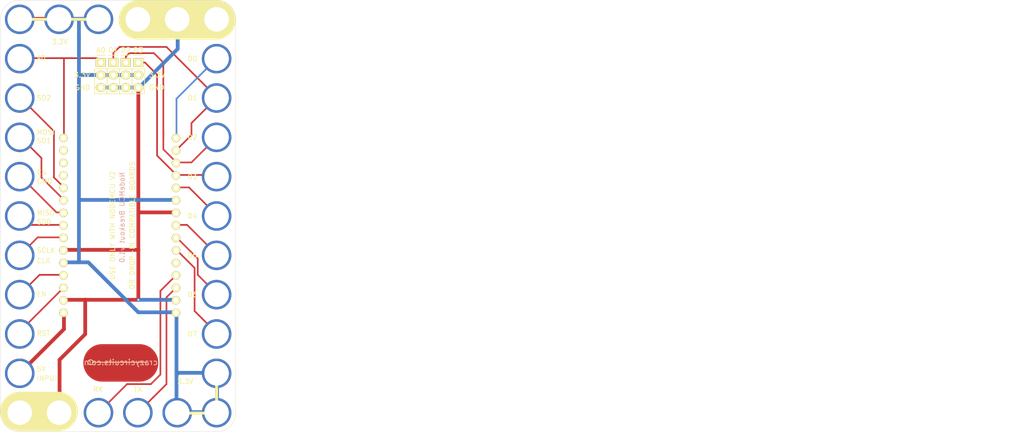
<source format=kicad_pcb>
(kicad_pcb (version 4) (host pcbnew 4.0.7-e2-6376~58~ubuntu16.04.1)

  (general
    (links 47)
    (no_connects 0)
    (area 37.757079 21.317279 245.714759 109.685921)
    (thickness 1.6)
    (drawings 12)
    (tracks 119)
    (zones 0)
    (modules 6)
    (nets 22)
  )

  (page USLetter)
  (title_block
    (title "6x11 NodeMCU V2 Breakout Module")
    (date "18 Jul 2018")
    (rev 1.0)
    (company "All rights reserved.")
    (comment 1 help@browndoggadgets.com)
    (comment 2 http://browndoggadgets.com/)
    (comment 3 "Brown Dog Gadgets")
  )

  (layers
    (0 F.Cu signal)
    (31 B.Cu signal)
    (34 B.Paste user)
    (35 F.Paste user)
    (36 B.SilkS user)
    (37 F.SilkS user)
    (38 B.Mask user)
    (39 F.Mask user)
    (40 Dwgs.User user)
    (44 Edge.Cuts user)
    (46 B.CrtYd user)
    (47 F.CrtYd user)
    (48 B.Fab user)
    (49 F.Fab user hide)
  )

  (setup
    (last_trace_width 0.254)
    (user_trace_width 0.1524)
    (user_trace_width 0.254)
    (user_trace_width 0.3302)
    (user_trace_width 0.508)
    (user_trace_width 0.762)
    (user_trace_width 1.27)
    (trace_clearance 0.254)
    (zone_clearance 0.508)
    (zone_45_only no)
    (trace_min 0.1524)
    (segment_width 0.1524)
    (edge_width 0.1524)
    (via_size 0.6858)
    (via_drill 0.3302)
    (via_min_size 0.6858)
    (via_min_drill 0.3302)
    (user_via 0.6858 0.3302)
    (user_via 0.762 0.4064)
    (user_via 0.8636 0.508)
    (uvia_size 0.6858)
    (uvia_drill 0.3302)
    (uvias_allowed no)
    (uvia_min_size 0)
    (uvia_min_drill 0)
    (pcb_text_width 0.1524)
    (pcb_text_size 1.016 1.016)
    (mod_edge_width 0.1524)
    (mod_text_size 1.016 1.016)
    (mod_text_width 0.1524)
    (pad_size 6 6)
    (pad_drill 4.98)
    (pad_to_mask_clearance 0.0762)
    (solder_mask_min_width 0.1016)
    (pad_to_paste_clearance -0.0762)
    (aux_axis_origin 0 0)
    (visible_elements FFFEDF7D)
    (pcbplotparams
      (layerselection 0x310fc_80000001)
      (usegerberextensions true)
      (excludeedgelayer true)
      (linewidth 0.100000)
      (plotframeref false)
      (viasonmask false)
      (mode 1)
      (useauxorigin false)
      (hpglpennumber 1)
      (hpglpenspeed 20)
      (hpglpendiameter 15)
      (hpglpenoverlay 2)
      (psnegative false)
      (psa4output false)
      (plotreference true)
      (plotvalue true)
      (plotinvisibletext false)
      (padsonsilk false)
      (subtractmaskfromsilk false)
      (outputformat 1)
      (mirror false)
      (drillshape 0)
      (scaleselection 1)
      (outputdirectory gerbers))
  )

  (net 0 "")
  (net 1 /A0)
  (net 2 3.3V)
  (net 3 GND)
  (net 4 /D2)
  (net 5 /D3)
  (net 6 5V)
  (net 7 /D1)
  (net 8 /D4)
  (net 9 /D5)
  (net 10 /D0)
  (net 11 /D6)
  (net 12 /D7)
  (net 13 /RST)
  (net 14 /EN)
  (net 15 /CLK)
  (net 16 /SD0)
  (net 17 /CMD)
  (net 18 /SD1)
  (net 19 /SD2)
  (net 20 /TX)
  (net 21 /RX)

  (net_class Default "This is the default net class."
    (clearance 0.254)
    (trace_width 0.254)
    (via_dia 0.6858)
    (via_drill 0.3302)
    (uvia_dia 0.6858)
    (uvia_drill 0.3302)
    (add_net /A0)
    (add_net /CLK)
    (add_net /CMD)
    (add_net /D0)
    (add_net /D1)
    (add_net /D2)
    (add_net /D3)
    (add_net /D4)
    (add_net /D5)
    (add_net /D6)
    (add_net /D7)
    (add_net /EN)
    (add_net /RST)
    (add_net /RX)
    (add_net /SD0)
    (add_net /SD1)
    (add_net /SD2)
    (add_net /TX)
    (add_net 3.3V)
    (add_net 5V)
    (add_net GND)
  )

  (module Crazy_NonLego:CONN-HEADER-STRAIGHT-P2.54MM-1x03 (layer F.Cu) (tedit 5B4F4D0D) (tstamp 5B4FF2C5)
    (at 66.04 34.29)
    (descr "Through hole pin header")
    (tags "pin header")
    (path /5B4F7801)
    (fp_text reference J4 (at 0.25 3) (layer F.Fab)
      (effects (font (size 1 1) (thickness 0.15)))
    )
    (fp_text value BREAKOUT (at -3 3 90) (layer F.Fab) hide
      (effects (font (size 1 1) (thickness 0.15)))
    )
    (fp_line (start 1.25 6.9) (end -1.25 6.9) (layer F.Fab) (width 0.0508))
    (fp_line (start 1.25 -1.75) (end 1.25 6.9) (layer F.Fab) (width 0.0508))
    (fp_line (start -1.25 -1.75) (end -1.25 6.9) (layer F.Fab) (width 0.0508))
    (fp_line (start 1.25 -1.75) (end -1.25 -1.75) (layer F.Fab) (width 0.0508))
    (fp_text user %R (at 0 -2.75) (layer F.SilkS) hide
      (effects (font (size 1 1) (thickness 0.15)))
    )
    (fp_line (start -1.25 -1.75) (end -1.25 6.85) (layer F.CrtYd) (width 0.05))
    (fp_line (start 1.25 -1.75) (end 1.25 6.85) (layer F.CrtYd) (width 0.05))
    (fp_line (start -1.25 -1.75) (end 1.25 -1.75) (layer F.CrtYd) (width 0.05))
    (fp_line (start -1.25 6.85) (end 1.25 6.85) (layer F.CrtYd) (width 0.05))
    (fp_line (start -1.27 1.27) (end -1.27 6.35) (layer F.SilkS) (width 0.15))
    (fp_line (start -1.27 6.35) (end 1.27 6.35) (layer F.SilkS) (width 0.15))
    (fp_line (start 1.27 6.35) (end 1.27 1.27) (layer F.SilkS) (width 0.15))
    (fp_line (start 1.27 1.27) (end -1.27 1.27) (layer F.SilkS) (width 0.15))
    (fp_line (start -1 -1.5) (end 1 -1.5) (layer F.SilkS) (width 0.15))
    (pad 1 thru_hole rect (at 0 0) (size 2.032 1.7272) (drill 1.016) (layers *.Cu *.Mask F.SilkS)
      (net 5 /D3))
    (pad 2 thru_hole oval (at 0 2.54) (size 2.032 1.7272) (drill 1.016) (layers *.Cu *.Mask F.SilkS)
      (net 2 3.3V))
    (pad 3 thru_hole oval (at 0 5.08) (size 2.032 1.7272) (drill 1.016) (layers *.Cu *.Mask F.SilkS)
      (net 3 GND))
  )

  (module Crazy_NonLego:CONN-HEADER-STRAIGHT-P2.54MM-1x03 (layer F.Cu) (tedit 5B4F4D08) (tstamp 5B4FF2B1)
    (at 63.5 34.29)
    (descr "Through hole pin header")
    (tags "pin header")
    (path /5B4F77B9)
    (fp_text reference J3 (at 0.25 3) (layer F.Fab)
      (effects (font (size 1 1) (thickness 0.15)))
    )
    (fp_text value BREAKOUT (at -3 3 90) (layer F.Fab) hide
      (effects (font (size 1 1) (thickness 0.15)))
    )
    (fp_line (start 1.25 6.9) (end -1.25 6.9) (layer F.Fab) (width 0.0508))
    (fp_line (start 1.25 -1.75) (end 1.25 6.9) (layer F.Fab) (width 0.0508))
    (fp_line (start -1.25 -1.75) (end -1.25 6.9) (layer F.Fab) (width 0.0508))
    (fp_line (start 1.25 -1.75) (end -1.25 -1.75) (layer F.Fab) (width 0.0508))
    (fp_text user %R (at 0 -2.75) (layer F.SilkS) hide
      (effects (font (size 1 1) (thickness 0.15)))
    )
    (fp_line (start -1.25 -1.75) (end -1.25 6.85) (layer F.CrtYd) (width 0.05))
    (fp_line (start 1.25 -1.75) (end 1.25 6.85) (layer F.CrtYd) (width 0.05))
    (fp_line (start -1.25 -1.75) (end 1.25 -1.75) (layer F.CrtYd) (width 0.05))
    (fp_line (start -1.25 6.85) (end 1.25 6.85) (layer F.CrtYd) (width 0.05))
    (fp_line (start -1.27 1.27) (end -1.27 6.35) (layer F.SilkS) (width 0.15))
    (fp_line (start -1.27 6.35) (end 1.27 6.35) (layer F.SilkS) (width 0.15))
    (fp_line (start 1.27 6.35) (end 1.27 1.27) (layer F.SilkS) (width 0.15))
    (fp_line (start 1.27 1.27) (end -1.27 1.27) (layer F.SilkS) (width 0.15))
    (fp_line (start -1 -1.5) (end 1 -1.5) (layer F.SilkS) (width 0.15))
    (pad 1 thru_hole rect (at 0 0) (size 2.032 1.7272) (drill 1.016) (layers *.Cu *.Mask F.SilkS)
      (net 4 /D2))
    (pad 2 thru_hole oval (at 0 2.54) (size 2.032 1.7272) (drill 1.016) (layers *.Cu *.Mask F.SilkS)
      (net 2 3.3V))
    (pad 3 thru_hole oval (at 0 5.08) (size 2.032 1.7272) (drill 1.016) (layers *.Cu *.Mask F.SilkS)
      (net 3 GND))
  )

  (module Crazy_NonLego:CONN-HEADER-STRAIGHT-P2.54MM-1x03 (layer F.Cu) (tedit 5B4F4D03) (tstamp 5B4FF29D)
    (at 60.96 34.29)
    (descr "Through hole pin header")
    (tags "pin header")
    (path /5B4F7772)
    (fp_text reference J2 (at 0.25 3) (layer F.Fab)
      (effects (font (size 1 1) (thickness 0.15)))
    )
    (fp_text value BREAKOUT (at -3 3 90) (layer F.Fab) hide
      (effects (font (size 1 1) (thickness 0.15)))
    )
    (fp_line (start 1.25 6.9) (end -1.25 6.9) (layer F.Fab) (width 0.0508))
    (fp_line (start 1.25 -1.75) (end 1.25 6.9) (layer F.Fab) (width 0.0508))
    (fp_line (start -1.25 -1.75) (end -1.25 6.9) (layer F.Fab) (width 0.0508))
    (fp_line (start 1.25 -1.75) (end -1.25 -1.75) (layer F.Fab) (width 0.0508))
    (fp_text user %R (at 0 -2.75) (layer F.SilkS) hide
      (effects (font (size 1 1) (thickness 0.15)))
    )
    (fp_line (start -1.25 -1.75) (end -1.25 6.85) (layer F.CrtYd) (width 0.05))
    (fp_line (start 1.25 -1.75) (end 1.25 6.85) (layer F.CrtYd) (width 0.05))
    (fp_line (start -1.25 -1.75) (end 1.25 -1.75) (layer F.CrtYd) (width 0.05))
    (fp_line (start -1.25 6.85) (end 1.25 6.85) (layer F.CrtYd) (width 0.05))
    (fp_line (start -1.27 1.27) (end -1.27 6.35) (layer F.SilkS) (width 0.15))
    (fp_line (start -1.27 6.35) (end 1.27 6.35) (layer F.SilkS) (width 0.15))
    (fp_line (start 1.27 6.35) (end 1.27 1.27) (layer F.SilkS) (width 0.15))
    (fp_line (start 1.27 1.27) (end -1.27 1.27) (layer F.SilkS) (width 0.15))
    (fp_line (start -1 -1.5) (end 1 -1.5) (layer F.SilkS) (width 0.15))
    (pad 1 thru_hole rect (at 0 0) (size 2.032 1.7272) (drill 1.016) (layers *.Cu *.Mask F.SilkS)
      (net 7 /D1))
    (pad 2 thru_hole oval (at 0 2.54) (size 2.032 1.7272) (drill 1.016) (layers *.Cu *.Mask F.SilkS)
      (net 2 3.3V))
    (pad 3 thru_hole oval (at 0 5.08) (size 2.032 1.7272) (drill 1.016) (layers *.Cu *.Mask F.SilkS)
      (net 3 GND))
  )

  (module Crazy_Circuits:LOGO-CRAZY-1x2 (layer F.Cu) (tedit 58FE5DC6) (tstamp 5B4FBDA0)
    (at 62.484 99.314)
    (descr LOGO)
    (tags LOGO)
    (fp_text reference LOGO (at 0 -3.52806) (layer F.Fab)
      (effects (font (size 1 1) (thickness 0.15)))
    )
    (fp_text value "BROWN DOG" (at -0.381 -10.414) (layer B.SilkS) hide
      (effects (font (size 1.27 1.27) (thickness 0.254)) (justify mirror))
    )
    (fp_text user crazycircuits.com (at 0 -4.064) (layer B.SilkS)
      (effects (font (size 1.143 1.143) (thickness 0.1778)) (justify mirror))
    )
    (fp_line (start 6.096 -5.2705) (end 4.953 -4.318) (layer F.Mask) (width 0.1524))
    (fp_line (start 4.7625 -4.318) (end 6.096 -5.2705) (layer F.Mask) (width 0.1524))
    (fp_line (start 5.715 -5.1435) (end 4.7625 -4.318) (layer F.Mask) (width 0.1524))
    (fp_line (start 4.6355 -4.3815) (end 5.715 -5.1435) (layer F.Mask) (width 0.1524))
    (fp_line (start 5.5245 -5.08) (end 4.6355 -4.3815) (layer F.Mask) (width 0.1524))
    (fp_line (start 4.3815 -4.318) (end 5.5245 -5.08) (layer F.Mask) (width 0.1524))
    (fp_line (start 5.207 -4.953) (end 4.3815 -4.318) (layer F.Mask) (width 0.1524))
    (fp_line (start 4.2545 -4.3815) (end 5.207 -4.953) (layer F.Mask) (width 0.1524))
    (fp_line (start 5.0165 -4.953) (end 4.2545 -4.3815) (layer F.Mask) (width 0.1524))
    (fp_line (start 4.2545 -4.5085) (end 5.0165 -4.953) (layer F.Mask) (width 0.1524))
    (fp_line (start 4.7625 -4.953) (end 4.2545 -4.5085) (layer F.Mask) (width 0.1524))
    (fp_line (start 4.191 -4.6355) (end 4.7625 -4.953) (layer F.Mask) (width 0.1524))
    (fp_line (start 4.7625 -5.1435) (end 4.191 -4.6355) (layer F.Mask) (width 0.1524))
    (fp_line (start 4.7625 -5.2705) (end 4.1275 -4.7625) (layer F.Mask) (width 0.1524))
    (fp_line (start 4.8895 -5.461) (end 4.064 -4.8895) (layer F.Mask) (width 0.1524))
    (fp_line (start 4.8895 -5.588) (end 4.064 -5.0165) (layer F.Mask) (width 0.1524))
    (fp_line (start 3.048 -4.3815) (end 2.413 -5.2705) (layer F.Mask) (width 0.254))
    (fp_line (start 4.953 -4.2545) (end 2.9845 -4.2545) (layer F.Mask) (width 0.1524))
    (fp_line (start 6.5405 -5.3975) (end 4.953 -4.2545) (layer F.Mask) (width 0.1524))
    (fp_line (start 4.7625 -4.953) (end 6.5405 -5.3975) (layer F.Mask) (width 0.1524))
    (fp_line (start 5.08 -5.842) (end 4.7625 -4.953) (layer F.Mask) (width 0.1524))
    (fp_line (start 4.0005 -5.1435) (end 5.08 -5.842) (layer F.Mask) (width 0.1524))
    (fp_line (start 3.175 -6.604) (end 4.0005 -5.08) (layer F.Mask) (width 0.1524))
    (fp_line (start 3.2385 -5.207) (end 3.175 -6.604) (layer F.Mask) (width 0.1524))
    (fp_line (start 2.159 -5.461) (end 3.2385 -5.207) (layer F.Mask) (width 0.1524))
    (fp_line (start 2.9845 -4.2545) (end 2.159 -5.461) (layer F.Mask) (width 0.1524))
    (fp_line (start -5.588 -4.064) (end 5.08 -4.064) (layer F.SilkS) (width 0.1524))
    (fp_circle (center -6.1595 -4.064) (end -5.82208 -3.683) (layer F.SilkS) (width 0.1524))
    (fp_text user CRAZY (at -2.032 -5.588) (layer F.SilkS) hide
      (effects (font (thickness 0.381)))
    )
    (fp_line (start 3.9 -7.8) (end -3.9 -7.8) (layer F.Fab) (width 0.04064))
    (fp_line (start 3.9 0) (end -3.9 0) (layer F.Fab) (width 0.04064))
    (fp_arc (start 3.9 -3.9) (end 3.9 -7.8) (angle 90) (layer F.Fab) (width 0.04064))
    (fp_arc (start 3.9 -3.9) (end 7.8 -3.9) (angle 90) (layer F.Fab) (width 0.04064))
    (fp_arc (start -3.9 -3.9) (end -3.9 0) (angle 90) (layer F.Fab) (width 0.04064))
    (fp_arc (start -3.9 -3.9) (end -7.8 -3.9) (angle 90) (layer F.Fab) (width 0.04064))
    (fp_text user CIRCUITS (at 0.254 -2.286) (layer F.SilkS) hide
      (effects (font (thickness 0.381)))
    )
    (fp_line (start 3.2385 -4.3815) (end 2.6035 -5.2705) (layer F.Mask) (width 0.254))
    (fp_line (start 3.429 -4.3815) (end 2.8575 -5.207) (layer F.Mask) (width 0.254))
    (fp_line (start 3.556 -4.3815) (end 3.1115 -5.1435) (layer F.Mask) (width 0.254))
    (fp_line (start 3.81 -4.3815) (end 3.3655 -5.207) (layer F.Mask) (width 0.254))
    (fp_line (start 4.0005 -4.3815) (end 3.429 -5.461) (layer F.Mask) (width 0.254))
    (fp_line (start 4.191 -4.3815) (end 3.302 -6.096) (layer F.Mask) (width 0.254))
    (fp_line (start 3.3655 -5.3975) (end 3.302 -6.223) (layer F.Mask) (width 0.254))
    (pad BG smd oval (at 0 -3.937) (size 15.24 7.62) (layers F.Cu))
  )

  (module Crazy_NonLego:CONN-HEADER-STRAIGHT-P2.54MM-1x03 (layer F.Cu) (tedit 5AF1BEF3) (tstamp 5B4FF285)
    (at 58.42 34.29)
    (descr "Through hole pin header")
    (tags "pin header")
    (path /5B4F76D7)
    (fp_text reference J1 (at 0.25 3 180) (layer F.Fab)
      (effects (font (size 1 1) (thickness 0.15)))
    )
    (fp_text value BREAKOUT (at -3 3 90) (layer F.Fab) hide
      (effects (font (size 1 1) (thickness 0.15)))
    )
    (fp_line (start 1.25 6.9) (end -1.25 6.9) (layer F.Fab) (width 0.0508))
    (fp_line (start 1.25 -1.75) (end 1.25 6.9) (layer F.Fab) (width 0.0508))
    (fp_line (start -1.25 -1.75) (end -1.25 6.9) (layer F.Fab) (width 0.0508))
    (fp_line (start 1.25 -1.75) (end -1.25 -1.75) (layer F.Fab) (width 0.0508))
    (fp_text user %R (at 0 -2.75) (layer F.SilkS) hide
      (effects (font (size 1 1) (thickness 0.15)))
    )
    (fp_line (start -1.25 -1.75) (end -1.25 6.85) (layer F.CrtYd) (width 0.05))
    (fp_line (start 1.25 -1.75) (end 1.25 6.85) (layer F.CrtYd) (width 0.05))
    (fp_line (start -1.25 -1.75) (end 1.25 -1.75) (layer F.CrtYd) (width 0.05))
    (fp_line (start -1.25 6.85) (end 1.25 6.85) (layer F.CrtYd) (width 0.05))
    (fp_line (start -1.27 1.27) (end -1.27 6.35) (layer F.SilkS) (width 0.15))
    (fp_line (start -1.27 6.35) (end 1.27 6.35) (layer F.SilkS) (width 0.15))
    (fp_line (start 1.27 6.35) (end 1.27 1.27) (layer F.SilkS) (width 0.15))
    (fp_line (start 1.27 1.27) (end -1.27 1.27) (layer F.SilkS) (width 0.15))
    (fp_line (start -1 -1.5) (end 1 -1.5) (layer F.SilkS) (width 0.15))
    (pad 1 thru_hole rect (at 0 0) (size 2.032 1.7272) (drill 1.016) (layers *.Cu *.Mask F.SilkS)
      (net 1 /A0))
    (pad 2 thru_hole oval (at 0 2.54) (size 2.032 1.7272) (drill 1.016) (layers *.Cu *.Mask F.SilkS)
      (net 2 3.3V))
    (pad 3 thru_hole oval (at 0 5.08) (size 2.032 1.7272) (drill 1.016) (layers *.Cu *.Mask F.SilkS)
      (net 3 GND))
  )

  (module Crazy_Circuits:NODEMCU-V2-6x11 (layer F.Cu) (tedit 5B4F6E48) (tstamp 5B4F821A)
    (at 41.9414 25.5016)
    (descr "8-lead dip package, row spacing 7.62 mm (300 mils)")
    (tags "dil dip 2.54 300")
    (path /5B4F7458)
    (fp_text reference U1 (at 20.508 67.628) (layer F.SilkS) hide
      (effects (font (size 1 1) (thickness 0.15)))
    )
    (fp_text value AMICA-NODEMCU-LUA-V2 (at 20.508 67.628 180) (layer F.Fab) hide
      (effects (font (size 1 1) (thickness 0.15)))
    )
    (fp_line (start 40 72.2) (end 40 80.1) (layer F.SilkS) (width 0.6))
    (fp_line (start 7.8 79.75) (end -0.004 79.75) (layer F.SilkS) (width 8))
    (fp_text user D3 (at 35.098333 32) (layer F.SilkS)
      (effects (font (size 1 1) (thickness 0.15)))
    )
    (fp_text user D4 (at 35.098333 40) (layer F.SilkS)
      (effects (font (size 1 1) (thickness 0.15)))
    )
    (fp_text user D1 (at 35.098333 16) (layer F.SilkS)
      (effects (font (size 1 1) (thickness 0.15)))
    )
    (fp_text user D2 (at 35.098333 24) (layer F.SilkS)
      (effects (font (size 1 1) (thickness 0.15)))
    )
    (fp_line (start 40 -3.9) (end 0 -3.9) (layer Edge.Cuts) (width 0.06064))
    (fp_line (start 0 83.9) (end 40 83.9) (layer Edge.Cuts) (width 0.06064))
    (fp_line (start 43.9 80.1) (end 43.9 0) (layer Edge.Cuts) (width 0.06064))
    (fp_arc (start 40 0) (end 40 -3.9) (angle 89.9) (layer Edge.Cuts) (width 0.06064))
    (fp_arc (start 40 80) (end 43.9 80) (angle 90) (layer Edge.Cuts) (width 0.06064))
    (fp_line (start -3.9 0) (end -3.9 80) (layer Edge.Cuts) (width 0.06064))
    (fp_arc (start 0 80) (end 0 83.9) (angle 89.9) (layer Edge.Cuts) (width 0.06064))
    (fp_arc (start 0 0) (end -3.9 0) (angle 90) (layer Edge.Cuts) (width 0.06064))
    (fp_line (start 40 -3.9) (end 0 -3.9) (layer F.Fab) (width 0.04064))
    (fp_line (start 0 83.9) (end 40 83.9) (layer F.Fab) (width 0.04064))
    (fp_line (start 43.9 80) (end 43.9 0) (layer F.Fab) (width 0.04064))
    (fp_arc (start 40 0) (end 40 -3.9) (angle 89.9) (layer F.Fab) (width 0.04064))
    (fp_arc (start 40 80) (end 43.9 80) (angle 90) (layer F.Fab) (width 0.04064))
    (fp_line (start -3.9 0) (end -3.9 80) (layer F.Fab) (width 0.04064))
    (fp_arc (start 0 80) (end 0 83.9) (angle 89.9) (layer F.Fab) (width 0.04064))
    (fp_arc (start 0 0) (end -3.9 0) (angle 90) (layer F.Fab) (width 0.04064))
    (fp_text user D0 (at 35.098333 8) (layer F.SilkS)
      (effects (font (size 1 1) (thickness 0.15)))
    )
    (fp_text user D5 (at 35.098333 48) (layer F.SilkS)
      (effects (font (size 1 1) (thickness 0.15)))
    )
    (fp_text user D6 (at 35.098333 56) (layer F.SilkS)
      (effects (font (size 1 1) (thickness 0.15)))
    )
    (fp_text user D7 (at 35.098333 64) (layer F.SilkS)
      (effects (font (size 1 1) (thickness 0.15)))
    )
    (fp_text user 3.3V (at 8.128 4.572 180) (layer F.SilkS)
      (effects (font (size 1 1) (thickness 0.15)))
    )
    (fp_text user SD0 (at 4.921191 41.184) (layer F.SilkS)
      (effects (font (size 1 1) (thickness 0.15)))
    )
    (fp_text user CLK (at 4.873572 49.124) (layer F.SilkS)
      (effects (font (size 1 1) (thickness 0.15)))
    )
    (fp_text user INPUT (at 5.635476 73.025) (layer F.SilkS)
      (effects (font (size 1 1) (thickness 0.15)))
    )
    (fp_text user RST (at 4.825953 63.854) (layer F.SilkS)
      (effects (font (size 1 1) (thickness 0.15)))
    )
    (fp_text user CMD (at 5.040238 32.934) (layer F.SilkS)
      (effects (font (size 1 1) (thickness 0.15)))
    )
    (fp_text user SD2 (at 4.921191 16) (layer F.SilkS)
      (effects (font (size 1 1) (thickness 0.15)))
    )
    (fp_text user SD1 (at 4.921191 24.696) (layer F.SilkS)
      (effects (font (size 1 1) (thickness 0.15)))
    )
    (fp_text user A0 (at 4.373572 7.884) (layer F.SilkS)
      (effects (font (size 1 1) (thickness 0.15)))
    )
    (fp_text user 5V (at 4.373572 71.12) (layer F.SilkS)
      (effects (font (size 1 1) (thickness 0.15)))
    )
    (fp_text user TX (at 23.999 75.267) (layer F.SilkS)
      (effects (font (size 1 1) (thickness 0.15)))
    )
    (fp_text user RX (at 15.871 75.267) (layer F.SilkS)
      (effects (font (size 1 1) (thickness 0.15)))
    )
    (fp_text user 3.3V (at 33.655 73.66) (layer F.SilkS)
      (effects (font (size 1 1) (thickness 0.15)))
    )
    (fp_line (start 24.1 0.1) (end 39.9 0.1) (layer F.SilkS) (width 8))
    (fp_line (start 32 80.1) (end 39.9 80.1) (layer F.SilkS) (width 0.6))
    (fp_line (start -0.5 0) (end 16.3 0) (layer F.SilkS) (width 0.6))
    (fp_text user EN (at 4.445 55.88) (layer F.SilkS)
      (effects (font (size 1 1) (thickness 0.15)))
    )
    (fp_text user MISO (at 5.278333 39.37) (layer F.SilkS)
      (effects (font (size 1 1) (thickness 0.15)))
    )
    (fp_text user CS (at 4.445 31.115) (layer F.SilkS)
      (effects (font (size 1 1) (thickness 0.15)))
    )
    (fp_text user MOSI (at 5.278333 22.987) (layer F.SilkS)
      (effects (font (size 1 1) (thickness 0.15)))
    )
    (fp_text user USB (at 20.32 64.135) (layer F.Fab)
      (effects (font (size 1 1) (thickness 0.15)))
    )
    (fp_line (start 27.94 62.23) (end 25.4 62.23) (layer F.Fab) (width 0.127))
    (fp_line (start 27.94 64.77) (end 27.94 62.23) (layer F.Fab) (width 0.127))
    (fp_line (start 25.4 64.77) (end 27.94 64.77) (layer F.Fab) (width 0.127))
    (fp_line (start 25.4 62.23) (end 25.4 64.77) (layer F.Fab) (width 0.127))
    (fp_line (start 24.13 62.23) (end 24.13 66.04) (layer F.Fab) (width 0.127))
    (fp_line (start 16.51 62.23) (end 24.13 62.23) (layer F.Fab) (width 0.127))
    (fp_line (start 16.51 66.04) (end 16.51 62.23) (layer F.Fab) (width 0.127))
    (fp_line (start 24.384 19.05) (end 25.654 19.05) (layer F.Fab) (width 0.127))
    (fp_line (start 23.114 19.05) (end 24.384 19.05) (layer F.Fab) (width 0.127))
    (fp_line (start 23.114 22.86) (end 23.114 19.05) (layer F.Fab) (width 0.127))
    (fp_line (start 21.844 22.86) (end 23.114 22.86) (layer F.Fab) (width 0.127))
    (fp_line (start 21.844 19.05) (end 21.844 22.86) (layer F.Fab) (width 0.127))
    (fp_line (start 20.574 19.05) (end 21.844 19.05) (layer F.Fab) (width 0.127))
    (fp_line (start 20.574 22.86) (end 20.574 19.05) (layer F.Fab) (width 0.127))
    (fp_line (start 19.304 22.86) (end 20.574 22.86) (layer F.Fab) (width 0.127))
    (fp_line (start 19.304 19.05) (end 19.304 22.86) (layer F.Fab) (width 0.127))
    (fp_line (start 18.034 19.05) (end 19.304 19.05) (layer F.Fab) (width 0.127))
    (fp_line (start 18.034 22.86) (end 18.034 19.05) (layer F.Fab) (width 0.127))
    (fp_line (start 16.764 22.86) (end 18.034 22.86) (layer F.Fab) (width 0.127))
    (fp_line (start 16.764 19.05) (end 16.764 22.86) (layer F.Fab) (width 0.127))
    (fp_line (start 15.494 19.05) (end 16.764 19.05) (layer F.Fab) (width 0.127))
    (fp_line (start 15.494 25.4) (end 15.494 19.05) (layer F.Fab) (width 0.127))
    (fp_line (start 29.21 19.05) (end 29.21 17.78) (layer F.Fab) (width 0.127))
    (fp_line (start 29.21 40.64) (end 29.21 19.05) (layer F.Fab) (width 0.127))
    (fp_line (start 11.43 40.64) (end 29.21 40.64) (layer F.Fab) (width 0.127))
    (fp_line (start 11.43 40.64) (end 11.43 17.78) (layer F.Fab) (width 0.127))
    (fp_line (start 7.62 66.04) (end 33.02 66.04) (layer F.Fab) (width 0.127))
    (fp_line (start 7.62 17.78) (end 33.02 17.78) (layer F.Fab) (width 0.127))
    (fp_line (start 33.02 17.78) (end 33.02 66.04) (layer F.Fab) (width 0.127))
    (fp_text user "OR DROP-IN COMPATIBLE BOARDS" (at 22.86 41.91 270) (layer F.SilkS)
      (effects (font (size 1 1) (thickness 0.15)))
    )
    (fp_text user "USE ONLY WITH NODEMCU V2" (at 18.863 41.91 90) (layer F.SilkS)
      (effects (font (size 1 1) (thickness 0.15)))
    )
    (fp_text user "NodeMCU V2" (at 20.32 41.91) (layer F.Fab)
      (effects (font (size 1 1) (thickness 0.15)))
    )
    (fp_text user %R (at 8.89 61.909146) (layer F.SilkS) hide
      (effects (font (size 1 1) (thickness 0.15)))
    )
    (fp_line (start 7.62 17.78) (end 7.62 66.04) (layer F.Fab) (width 0.127))
    (fp_line (start 12.7 62.23) (end 12.7 64.77) (layer F.Fab) (width 0.127))
    (fp_line (start 12.7 64.77) (end 15.24 64.77) (layer F.Fab) (width 0.127))
    (fp_line (start 15.24 64.77) (end 15.24 62.23) (layer F.Fab) (width 0.127))
    (fp_line (start 15.24 62.23) (end 12.7 62.23) (layer F.Fab) (width 0.127))
    (fp_text user SCLK (at 5.349762 46.99) (layer F.SilkS)
      (effects (font (size 1 1) (thickness 0.15)))
    )
    (pad D4 thru_hole circle (at 40 40 270) (size 6 6) (drill 4.98) (layers *.Cu *.Mask)
      (net 8 /D4))
    (pad D3 thru_hole circle (at 39.999 32 270) (size 6 6) (drill 4.98) (layers *.Cu *.Mask)
      (net 5 /D3))
    (pad D1 thru_hole circle (at 39.999 16 270) (size 6 6) (drill 4.98) (layers *.Cu *.Mask)
      (net 7 /D1))
    (pad D5 thru_hole circle (at 39.999 48 270) (size 6 6) (drill 4.98) (layers *.Cu *.Mask)
      (net 9 /D5))
    (pad D0 thru_hole circle (at 39.999 8 270) (size 6 6) (drill 4.98) (layers *.Cu *.Mask)
      (net 10 /D0))
    (pad D2 thru_hole circle (at 39.999 24 270) (size 6 6) (drill 4.98) (layers *.Cu *.Mask)
      (net 4 /D2))
    (pad D6 thru_hole circle (at 40 56 270) (size 6 6) (drill 4.98) (layers *.Cu *.Mask)
      (net 11 /D6))
    (pad D7 thru_hole circle (at 40 64 270) (size 6 6) (drill 4.98) (layers *.Cu *.Mask)
      (net 12 /D7))
    (pad GND thru_hole circle (at 39.999 0 270) (size 6 6) (drill 4.98) (layers *.Cu *.Mask)
      (net 3 GND))
    (pad GND thru_hole circle (at 32 0 270) (size 6 6) (drill 4.98) (layers *.Cu *.Mask)
      (net 3 GND))
    (pad 3V3 thru_hole circle (at 16 0 270) (size 6 6) (drill 4.98) (layers *.Cu *.Mask)
      (net 2 3.3V))
    (pad 3V3 thru_hole circle (at 8 0 270) (size 6 6) (drill 4.98) (layers *.Cu *.Mask)
      (net 2 3.3V))
    (pad RX thru_hole circle (at 16 80 270) (size 6 6) (drill 4.98) (layers *.Cu *.Mask)
      (net 21 /RX))
    (pad GND thru_hole circle (at 8 80 270) (size 6 6) (drill 4.98) (layers *.Cu *.Mask)
      (net 3 GND))
    (pad 3V3 thru_hole circle (at 39.999 80 270) (size 6 6) (drill 4.98) (layers *.Cu *.Mask)
      (net 2 3.3V))
    (pad 3V3 thru_hole circle (at 32 80 270) (size 6 6) (drill 4.98) (layers *.Cu *.Mask)
      (net 2 3.3V))
    (pad GND thru_hole circle (at 0 80 270) (size 6 6) (drill 4.98) (layers *.Cu *.Mask)
      (net 3 GND))
    (pad RST thru_hole circle (at 0 64 270) (size 6 6) (drill 4.98) (layers *.Cu *.Mask)
      (net 13 /RST))
    (pad EN thru_hole circle (at 0 56 270) (size 6 6) (drill 4.98) (layers *.Cu *.Mask)
      (net 14 /EN))
    (pad CLK thru_hole circle (at 0 48 270) (size 6 6) (drill 4.98) (layers *.Cu *.Mask)
      (net 15 /CLK))
    (pad SD0 thru_hole circle (at 0 40 270) (size 6 6) (drill 4.98) (layers *.Cu *.Mask)
      (net 16 /SD0))
    (pad CMD thru_hole circle (at 0 32 270) (size 6 6) (drill 4.98) (layers *.Cu *.Mask)
      (net 17 /CMD))
    (pad SD1 thru_hole circle (at 0 24 270) (size 6 6) (drill 4.98) (layers *.Cu *.Mask)
      (net 18 /SD1))
    (pad SD2 thru_hole circle (at 0 16 270) (size 6 6) (drill 4.98) (layers *.Cu *.Mask)
      (net 19 /SD2))
    (pad A0 thru_hole circle (at 0 8 270) (size 6 6) (drill 4.98) (layers *.Cu *.Mask)
      (net 1 /A0))
    (pad 3V3 thru_hole circle (at 0 0 270) (size 6 6) (drill 4.98) (layers *.Cu *.Mask)
      (net 2 3.3V))
    (pad 3V3 thru_hole circle (at 40 72 270) (size 6 6) (drill 4.98) (layers *.Cu *.Mask)
      (net 2 3.3V))
    (pad VIN thru_hole circle (at 0 72 270) (size 6 6) (drill 4.98) (layers *.Cu *.Mask)
      (net 6 5V))
    (pad GND thru_hole circle (at 24 0 270) (size 6 6) (drill 4.98) (layers *.Cu *.Mask)
      (net 3 GND))
    (pad TX thru_hole circle (at 24 80 270) (size 6 6) (drill 4.98) (layers *.Cu *.Mask)
      (net 20 /TX))
    (pad 3V3 thru_hole circle (at 31.75 59.69 180) (size 1.7272 1.7272) (drill 1.016) (layers *.Cu *.Mask F.SilkS)
      (net 2 3.3V))
    (pad GND thru_hole circle (at 31.75 57.15 180) (size 1.7272 1.7272) (drill 1.016) (layers *.Cu *.Mask F.SilkS)
      (net 3 GND))
    (pad TX thru_hole circle (at 31.75 54.61 180) (size 1.7272 1.7272) (drill 1.016) (layers *.Cu *.Mask F.SilkS)
      (net 20 /TX))
    (pad RX thru_hole circle (at 31.75 52.07 180) (size 1.7272 1.7272) (drill 1.016) (layers *.Cu *.Mask F.SilkS)
      (net 21 /RX))
    (pad D8 thru_hole circle (at 31.75 49.53 180) (size 1.7272 1.7272) (drill 1.016) (layers *.Cu *.Mask F.SilkS))
    (pad D7 thru_hole circle (at 31.75 46.99 180) (size 1.7272 1.7272) (drill 1.016) (layers *.Cu *.Mask F.SilkS)
      (net 12 /D7))
    (pad D6 thru_hole circle (at 31.75 44.45 180) (size 1.7272 1.7272) (drill 1.016) (layers *.Cu *.Mask F.SilkS)
      (net 11 /D6))
    (pad D5 thru_hole circle (at 31.75 41.91 180) (size 1.7272 1.7272) (drill 1.016) (layers *.Cu *.Mask F.SilkS)
      (net 9 /D5))
    (pad GND thru_hole circle (at 31.75 39.37 180) (size 1.7272 1.7272) (drill 1.016) (layers *.Cu *.Mask F.SilkS)
      (net 3 GND))
    (pad 3V3 thru_hole circle (at 31.75 36.83 180) (size 1.7272 1.7272) (drill 1.016) (layers *.Cu *.Mask F.SilkS)
      (net 2 3.3V))
    (pad D4 thru_hole circle (at 31.75 34.29 180) (size 1.7272 1.7272) (drill 1.016) (layers *.Cu *.Mask F.SilkS)
      (net 8 /D4))
    (pad D3 thru_hole circle (at 31.75 31.75 180) (size 1.7272 1.7272) (drill 1.016) (layers *.Cu *.Mask F.SilkS)
      (net 5 /D3))
    (pad SD2 thru_hole circle (at 8.89 34.29 180) (size 1.7272 1.7272) (drill 1.016) (layers *.Cu *.Mask F.SilkS)
      (net 19 /SD2))
    (pad RST thru_hole circle (at 8.89 54.61 180) (size 1.7272 1.7272) (drill 1.016) (layers *.Cu *.Mask F.SilkS)
      (net 13 /RST))
    (pad CMD thru_hole circle (at 8.89 39.37 180) (size 1.7272 1.7272) (drill 1.016) (layers *.Cu *.Mask F.SilkS)
      (net 17 /CMD))
    (pad SD1 thru_hole circle (at 8.89 36.83 180) (size 1.7272 1.7272) (drill 1.016) (layers *.Cu *.Mask F.SilkS)
      (net 18 /SD1))
    (pad GND thru_hole circle (at 8.89 57.15 180) (size 1.7272 1.7272) (drill 1.016) (layers *.Cu *.Mask F.SilkS)
      (net 3 GND))
    (pad 3V3 thru_hole circle (at 8.89 49.53 180) (size 1.7272 1.7272) (drill 1.016) (layers *.Cu *.Mask F.SilkS)
      (net 2 3.3V))
    (pad VIN thru_hole circle (at 8.89 59.69 180) (size 1.7272 1.7272) (drill 1.016) (layers *.Cu *.Mask F.SilkS)
      (net 6 5V))
    (pad GND thru_hole circle (at 8.89 46.99 180) (size 1.7272 1.7272) (drill 1.016) (layers *.Cu *.Mask F.SilkS)
      (net 3 GND))
    (pad CLK thru_hole circle (at 8.89 44.45 180) (size 1.7272 1.7272) (drill 1.016) (layers *.Cu *.Mask F.SilkS)
      (net 15 /CLK))
    (pad SD0 thru_hole circle (at 8.89 41.91 180) (size 1.7272 1.7272) (drill 1.016) (layers *.Cu *.Mask F.SilkS)
      (net 16 /SD0))
    (pad EN thru_hole circle (at 8.89 52.07 180) (size 1.7272 1.7272) (drill 1.016) (layers *.Cu *.Mask F.SilkS)
      (net 14 /EN))
    (pad SD3 thru_hole circle (at 8.89 31.75 180) (size 1.7272 1.7272) (drill 1.016) (layers *.Cu *.Mask F.SilkS))
    (pad RSV thru_hole circle (at 8.89 26.67 180) (size 1.7272 1.7272) (drill 1.016) (layers *.Cu *.Mask F.SilkS))
    (pad RSV thru_hole circle (at 8.89 29.21 180) (size 1.7272 1.7272) (drill 1.016) (layers *.Cu *.Mask F.SilkS))
    (pad A0 thru_hole circle (at 8.89 24.13 180) (size 1.7272 1.7272) (drill 1.016) (layers *.Cu *.Mask F.SilkS)
      (net 1 /A0))
    (pad D1 thru_hole circle (at 31.75 26.67 180) (size 1.7272 1.7272) (drill 1.016) (layers *.Cu *.Mask F.SilkS)
      (net 7 /D1))
    (pad D2 thru_hole circle (at 31.75 29.21 180) (size 1.7272 1.7272) (drill 1.016) (layers *.Cu *.Mask F.SilkS)
      (net 4 /D2))
    (pad D0 thru_hole circle (at 31.75 24.13 180) (size 1.7272 1.7272) (drill 1.016) (layers *.Cu *.Mask F.SilkS)
      (net 10 /D0))
  )

  (gr_text "NodeMCU Breakout v1.0" (at 62.738 65.786 90) (layer B.SilkS)
    (effects (font (size 1.016 1.016) (thickness 0.1524)) (justify mirror))
  )
  (gr_text A0 (at 58.42 31.75) (layer F.SilkS)
    (effects (font (size 1.016 1.016) (thickness 0.1524)))
  )
  (gr_text D1 (at 60.96 31.75) (layer F.SilkS)
    (effects (font (size 1.016 1.016) (thickness 0.1524)))
  )
  (gr_text D2 (at 63.5 31.75) (layer F.SilkS)
    (effects (font (size 1.016 1.016) (thickness 0.1524)))
  )
  (gr_text "D3\n" (at 66.04 31.75) (layer F.SilkS)
    (effects (font (size 1.016 1.016) (thickness 0.1524)))
  )
  (gr_text 3.3V (at 54.61 36.83) (layer F.SilkS) (tstamp 5B4FF4C7)
    (effects (font (size 1.016 1.016) (thickness 0.1524)))
  )
  (gr_text GND (at 54.706762 39.37) (layer F.SilkS) (tstamp 5B4FF4C6)
    (effects (font (size 1.016 1.016) (thickness 0.1524)))
  )
  (gr_text GND (at 69.753238 39.37) (layer F.SilkS)
    (effects (font (size 1.016 1.016) (thickness 0.1524)))
  )
  (gr_text 3.3V (at 69.85 36.83) (layer F.SilkS)
    (effects (font (size 1.016 1.016) (thickness 0.1524)))
  )
  (gr_text CIRCUITS (at 62.611 96.52) (layer F.Mask) (tstamp 5B4FBDA6)
    (effects (font (size 1.5 1.5) (thickness 0.3)))
  )
  (gr_text CRAZY (at 60.833 94.107) (layer F.Mask)
    (effects (font (size 1.5 1.5) (thickness 0.3)))
  )
  (gr_text "FABRICATION NOTES\n\n1. THIS IS A 2 LAYER BOARD. \n2. EXTERNAL LAYERS SHALL HAVE 1 OZ COPPER.\n3. MATERIAL: FR4 AND 0.062 INCH +/- 10% THICK.\n4. BOARDS SHALL BE ROHS COMPLIANT. \n5. MANUFACTURE IN ACCORDANCE WITH IPC-6012 CLASS 2\n6. MASK: BOTH SIDES OF THE BOARD SHALL HAVE \n   SOLDER MASK (ANY COLOR) OVER BARE COPPER. \n7. SILK: BOTH SIDES OF THE BOARD SHALL HAVE \n   WHITE SILKSCREEN. DO NOT PLACE SILK OVER BARE COPPER.\n8. FINISH: ENIG.\n9. MINIMUM TRACE WIDTH - 0.006 INCH.\n   MINIMUM SPACE - 0.006 INCH.\n   MINIMUM HOLE DIA - 0.013 INCH. \n10. MAX HOLE PLACEMENT TOLERANCE OF +/- 0.003 INCH.\n11. MAX HOLE DIAMETER TOLERANCE OF +/- 0.003 INCH AFTER PLATING.\n12. PANELIZING: V-SCORE ONLY.\n    DO NOT USE SUPPORT TABS OR MOUSEBITES." (at 102.87 68.326) (layer Dwgs.User)
    (effects (font (size 2.54 2.54) (thickness 0.254)) (justify left))
  )

  (segment (start 50.8 33.4) (end 57.53 33.4) (width 0.3302) (layer F.Cu) (net 1))
  (segment (start 42.04 33.4) (end 50.8 33.4) (width 0.3302) (layer F.Cu) (net 1))
  (segment (start 50.8 33.4) (end 50.93 33.53) (width 0.3302) (layer F.Cu) (net 1))
  (segment (start 50.93 33.53) (end 50.93 49.53) (width 0.3302) (layer F.Cu) (net 1))
  (segment (start 57.53 33.4) (end 58.42 34.29) (width 0.3302) (layer F.Cu) (net 1))
  (segment (start 53.975 74.93) (end 53.975 62.23) (width 0.762) (layer B.Cu) (net 2))
  (segment (start 53.975 62.23) (end 53.975 36.83) (width 0.762) (layer B.Cu) (net 2))
  (segment (start 73.79 62.23) (end 53.975 62.23) (width 0.762) (layer B.Cu) (net 2))
  (segment (start 50.04 25.4) (end 42.04 25.4) (width 0.762) (layer F.Cu) (net 2))
  (segment (start 58.04 25.4) (end 50.04 25.4) (width 0.762) (layer F.Cu) (net 2))
  (segment (start 58.04 25.4) (end 53.975 25.4) (width 0.762) (layer B.Cu) (net 2))
  (segment (start 53.975 25.4) (end 50.04 25.4) (width 0.762) (layer B.Cu) (net 2))
  (segment (start 53.975 29.335) (end 53.975 25.4) (width 0.762) (layer B.Cu) (net 2))
  (segment (start 53.975 36.83) (end 53.975 29.335) (width 0.762) (layer B.Cu) (net 2))
  (segment (start 58.42 36.83) (end 56.642 36.83) (width 0.762) (layer B.Cu) (net 2))
  (segment (start 56.642 36.83) (end 53.975 36.83) (width 0.762) (layer B.Cu) (net 2))
  (segment (start 53.975 74.93) (end 55.88 74.93) (width 0.762) (layer B.Cu) (net 2))
  (segment (start 50.93 74.93) (end 53.975 74.93) (width 0.762) (layer B.Cu) (net 2))
  (segment (start 63.5 36.83) (end 66.04 36.83) (width 0.762) (layer B.Cu) (net 2))
  (segment (start 60.96 36.83) (end 63.5 36.83) (width 0.762) (layer B.Cu) (net 2))
  (segment (start 58.42 36.83) (end 60.96 36.83) (width 0.762) (layer B.Cu) (net 2))
  (segment (start 73.79 85.09) (end 73.79 97.79) (width 0.762) (layer B.Cu) (net 2))
  (segment (start 73.79 97.79) (end 73.79 105.15) (width 0.762) (layer B.Cu) (net 2))
  (segment (start 82.04 97.4) (end 74.18 97.4) (width 0.762) (layer B.Cu) (net 2))
  (segment (start 74.18 97.4) (end 73.79 97.79) (width 0.762) (layer B.Cu) (net 2))
  (segment (start 73.79 105.15) (end 74.04 105.4) (width 0.762) (layer B.Cu) (net 2))
  (segment (start 55.88 74.93) (end 66.04 85.09) (width 0.762) (layer B.Cu) (net 2))
  (segment (start 66.04 85.09) (end 73.79 85.09) (width 0.762) (layer B.Cu) (net 2))
  (segment (start 82.039 105.4) (end 82.039 101.15736) (width 0.762) (layer B.Cu) (net 2))
  (segment (start 82.039 101.15736) (end 82.04 101.15636) (width 0.762) (layer B.Cu) (net 2))
  (segment (start 82.04 101.15636) (end 82.04 97.4) (width 0.762) (layer B.Cu) (net 2))
  (segment (start 74.04 105.4) (end 82.039 105.4) (width 0.762) (layer B.Cu) (net 2))
  (segment (start 66.04 39.37) (end 66.1924 39.37) (width 0.762) (layer B.Cu) (net 3))
  (segment (start 66.1924 39.37) (end 74.04 31.5224) (width 0.762) (layer B.Cu) (net 3))
  (segment (start 74.04 31.5224) (end 74.04 29.64264) (width 0.762) (layer B.Cu) (net 3))
  (segment (start 74.04 29.64264) (end 74.04 25.4) (width 0.762) (layer B.Cu) (net 3))
  (segment (start 73.79 82.55) (end 66.04 82.55) (width 0.762) (layer B.Cu) (net 3))
  (via (at 66.04 82.55) (size 0.6858) (drill 0.3302) (layers F.Cu B.Cu) (net 3))
  (segment (start 66.04 39.37) (end 66.04 64.77) (width 0.762) (layer F.Cu) (net 3))
  (segment (start 66.04 64.77) (end 66.04 72.39) (width 0.762) (layer F.Cu) (net 3))
  (segment (start 73.79 64.77) (end 66.04 64.77) (width 0.762) (layer F.Cu) (net 3))
  (segment (start 66.04 72.39) (end 66.04 82.55) (width 0.762) (layer F.Cu) (net 3))
  (segment (start 50.93 72.39) (end 66.04 72.39) (width 0.762) (layer F.Cu) (net 3))
  (segment (start 55.245 82.55) (end 66.04 82.55) (width 0.762) (layer F.Cu) (net 3))
  (segment (start 74.04 25.4) (end 66.04 25.4) (width 0.762) (layer B.Cu) (net 3))
  (segment (start 82.039 25.4) (end 77.79636 25.4) (width 0.762) (layer B.Cu) (net 3))
  (segment (start 77.79636 25.4) (end 74.04 25.4) (width 0.762) (layer B.Cu) (net 3))
  (segment (start 63.5 39.37) (end 66.04 39.37) (width 0.762) (layer B.Cu) (net 3))
  (segment (start 60.96 39.37) (end 63.5 39.37) (width 0.762) (layer B.Cu) (net 3))
  (segment (start 58.42 39.37) (end 60.96 39.37) (width 0.762) (layer B.Cu) (net 3))
  (segment (start 50.04 105.4) (end 42.04 105.4) (width 0.762) (layer B.Cu) (net 3))
  (segment (start 50.93 82.55) (end 55.245 82.55) (width 0.762) (layer F.Cu) (net 3))
  (segment (start 55.245 89.535) (end 55.245 82.55) (width 0.762) (layer F.Cu) (net 3))
  (segment (start 50.04 94.74) (end 55.245 89.535) (width 0.762) (layer F.Cu) (net 3))
  (segment (start 50.04 105.4) (end 50.04 94.74) (width 0.762) (layer F.Cu) (net 3))
  (segment (start 71.12 48.26) (end 71.12 49.4) (width 0.3302) (layer F.Cu) (net 4))
  (segment (start 71.12 34.29) (end 71.12 48.26) (width 0.3302) (layer F.Cu) (net 4))
  (segment (start 71.12 48.26) (end 71.12 51.94) (width 0.3302) (layer F.Cu) (net 4))
  (segment (start 71.12 51.94) (end 73.79 54.61) (width 0.3302) (layer F.Cu) (net 4))
  (segment (start 73.79 54.61) (end 76.829 54.61) (width 0.3302) (layer F.Cu) (net 4))
  (segment (start 76.829 54.61) (end 79.369 52.07) (width 0.3302) (layer F.Cu) (net 4))
  (segment (start 79.369 52.07) (end 82.039 49.4) (width 0.3302) (layer F.Cu) (net 4))
  (segment (start 69.215 32.385) (end 71.12 34.29) (width 0.3302) (layer F.Cu) (net 4))
  (segment (start 64.2112 32.385) (end 69.215 32.385) (width 0.3302) (layer F.Cu) (net 4))
  (segment (start 63.5 34.29) (end 63.5 33.0962) (width 0.3302) (layer F.Cu) (net 4))
  (segment (start 63.5 33.0962) (end 64.2112 32.385) (width 0.3302) (layer F.Cu) (net 4))
  (segment (start 73.79 57.15) (end 81.789 57.15) (width 0.3302) (layer F.Cu) (net 5))
  (segment (start 81.789 57.15) (end 82.039 57.4) (width 0.3302) (layer F.Cu) (net 5))
  (segment (start 69.85 36.7538) (end 69.85 53.21) (width 0.3302) (layer F.Cu) (net 5))
  (segment (start 69.85 53.21) (end 73.79 57.15) (width 0.3302) (layer F.Cu) (net 5))
  (segment (start 66.04 34.29) (end 67.3862 34.29) (width 0.3302) (layer F.Cu) (net 5))
  (segment (start 67.3862 34.29) (end 69.85 36.7538) (width 0.3302) (layer F.Cu) (net 5))
  (segment (start 42.04 97.4) (end 50.93 88.51) (width 0.762) (layer F.Cu) (net 6))
  (segment (start 50.93 88.51) (end 50.93 85.09) (width 0.762) (layer F.Cu) (net 6))
  (segment (start 76.835 49.025) (end 76.835 46.604) (width 0.3302) (layer F.Cu) (net 7))
  (segment (start 76.835 46.604) (end 82.039 41.4) (width 0.3302) (layer F.Cu) (net 7))
  (segment (start 73.79 52.07) (end 76.835 49.025) (width 0.3302) (layer F.Cu) (net 7))
  (segment (start 62.23 31.115) (end 60.96 32.385) (width 0.3302) (layer F.Cu) (net 7))
  (segment (start 60.96 32.385) (end 60.96 34.29) (width 0.3302) (layer F.Cu) (net 7))
  (segment (start 71.754 31.115) (end 62.23 31.115) (width 0.3302) (layer F.Cu) (net 7))
  (segment (start 82.039 41.4) (end 71.754 31.115) (width 0.3302) (layer F.Cu) (net 7))
  (segment (start 73.79 59.69) (end 76.33 59.69) (width 0.3302) (layer F.Cu) (net 8))
  (segment (start 76.33 59.69) (end 82.04 65.4) (width 0.3302) (layer F.Cu) (net 8))
  (segment (start 73.79 67.31) (end 75.949 67.31) (width 0.3302) (layer F.Cu) (net 9))
  (segment (start 75.949 67.31) (end 82.039 73.4) (width 0.3302) (layer F.Cu) (net 9))
  (segment (start 82.039 33.4) (end 73.79 41.649) (width 0.3302) (layer B.Cu) (net 10))
  (segment (start 73.79 41.649) (end 73.79 49.53) (width 0.3302) (layer B.Cu) (net 10))
  (segment (start 78.105 77.465) (end 78.105 74.165) (width 0.3302) (layer F.Cu) (net 11))
  (segment (start 78.105 74.165) (end 73.79 69.85) (width 0.3302) (layer F.Cu) (net 11))
  (segment (start 82.04 81.4) (end 78.105 77.465) (width 0.3302) (layer F.Cu) (net 11))
  (segment (start 77.47 76.07) (end 77.47 84.83) (width 0.3302) (layer F.Cu) (net 12))
  (segment (start 77.47 84.83) (end 82.04 89.4) (width 0.3302) (layer F.Cu) (net 12))
  (segment (start 73.79 72.39) (end 77.47 76.07) (width 0.3302) (layer F.Cu) (net 12))
  (segment (start 50.93 80.01) (end 42.04 88.9) (width 0.3302) (layer F.Cu) (net 13))
  (segment (start 42.04 88.9) (end 42.04 89.4) (width 0.3302) (layer F.Cu) (net 13))
  (segment (start 50.93 77.47) (end 45.97 77.47) (width 0.3302) (layer F.Cu) (net 14))
  (segment (start 45.97 77.47) (end 42.04 81.4) (width 0.3302) (layer F.Cu) (net 14))
  (segment (start 50.93 69.85) (end 45.59 69.85) (width 0.3302) (layer F.Cu) (net 15))
  (segment (start 45.59 69.85) (end 42.04 73.4) (width 0.3302) (layer F.Cu) (net 15))
  (segment (start 50.93 67.31) (end 43.95 67.31) (width 0.3302) (layer F.Cu) (net 16))
  (segment (start 43.95 67.31) (end 42.04 65.4) (width 0.3302) (layer F.Cu) (net 16))
  (segment (start 50.93 64.77) (end 49.41 64.77) (width 0.3302) (layer F.Cu) (net 17))
  (segment (start 49.41 64.77) (end 42.04 57.4) (width 0.3302) (layer F.Cu) (net 17))
  (segment (start 46.355 57.655) (end 46.355 53.715) (width 0.3302) (layer F.Cu) (net 18))
  (segment (start 46.355 53.715) (end 42.04 49.4) (width 0.3302) (layer F.Cu) (net 18))
  (segment (start 50.93 62.23) (end 46.355 57.655) (width 0.3302) (layer F.Cu) (net 18))
  (segment (start 48.895 57.655) (end 48.895 48.255) (width 0.3302) (layer F.Cu) (net 19))
  (segment (start 48.895 48.255) (end 42.04 41.4) (width 0.3302) (layer F.Cu) (net 19))
  (segment (start 50.93 59.69) (end 48.895 57.655) (width 0.3302) (layer F.Cu) (net 19))
  (segment (start 71.755 99.695) (end 71.755 82.045) (width 0.3302) (layer F.Cu) (net 20))
  (segment (start 71.755 82.045) (end 73.79 80.01) (width 0.3302) (layer F.Cu) (net 20))
  (segment (start 69.049999 102.400001) (end 71.755 99.695) (width 0.3302) (layer F.Cu) (net 20))
  (segment (start 66.04 105.4) (end 69.039999 102.400001) (width 0.3302) (layer F.Cu) (net 20))
  (segment (start 69.039999 102.400001) (end 69.049999 102.400001) (width 0.3302) (layer F.Cu) (net 20))
  (segment (start 68.58 99.695) (end 63.745 99.695) (width 0.3302) (layer F.Cu) (net 21))
  (segment (start 63.745 99.695) (end 58.04 105.4) (width 0.3302) (layer F.Cu) (net 21))
  (segment (start 70.52311 97.75189) (end 68.58 99.695) (width 0.3302) (layer F.Cu) (net 21))
  (segment (start 73.79 77.47) (end 70.52311 80.73689) (width 0.3302) (layer F.Cu) (net 21))
  (segment (start 70.52311 80.73689) (end 70.52311 97.75189) (width 0.3302) (layer F.Cu) (net 21))

)

</source>
